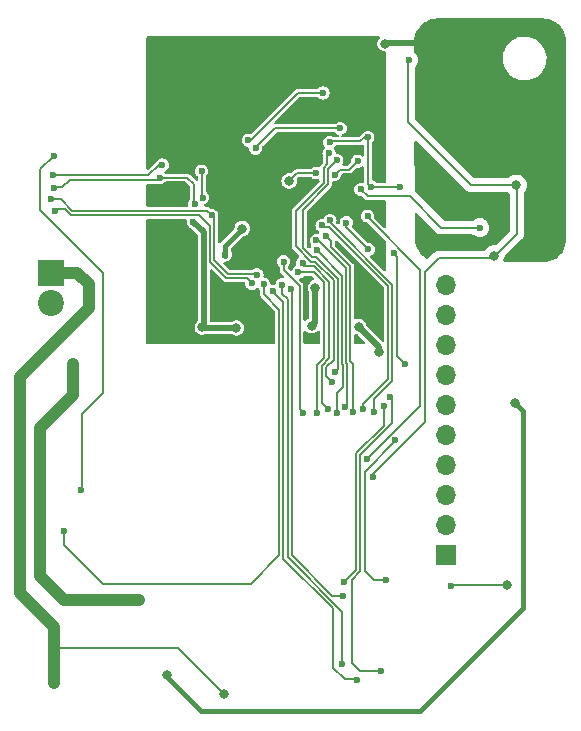
<source format=gbr>
%TF.GenerationSoftware,KiCad,Pcbnew,7.0.2*%
%TF.CreationDate,2023-05-17T08:24:27+02:00*%
%TF.ProjectId,Solar Cell offgrid Power,536f6c61-7220-4436-956c-6c206f666667,rev?*%
%TF.SameCoordinates,Original*%
%TF.FileFunction,Copper,L2,Bot*%
%TF.FilePolarity,Positive*%
%FSLAX46Y46*%
G04 Gerber Fmt 4.6, Leading zero omitted, Abs format (unit mm)*
G04 Created by KiCad (PCBNEW 7.0.2) date 2023-05-17 08:24:27*
%MOMM*%
%LPD*%
G01*
G04 APERTURE LIST*
%TA.AperFunction,ComponentPad*%
%ADD10R,1.700000X1.700000*%
%TD*%
%TA.AperFunction,ComponentPad*%
%ADD11O,1.700000X1.700000*%
%TD*%
%TA.AperFunction,ComponentPad*%
%ADD12R,2.200000X2.200000*%
%TD*%
%TA.AperFunction,ComponentPad*%
%ADD13C,2.200000*%
%TD*%
%TA.AperFunction,ViaPad*%
%ADD14C,0.600000*%
%TD*%
%TA.AperFunction,ViaPad*%
%ADD15C,0.800000*%
%TD*%
%TA.AperFunction,Conductor*%
%ADD16C,0.150000*%
%TD*%
%TA.AperFunction,Conductor*%
%ADD17C,0.500000*%
%TD*%
%TA.AperFunction,Conductor*%
%ADD18C,0.510000*%
%TD*%
%TA.AperFunction,Conductor*%
%ADD19C,0.200000*%
%TD*%
%TA.AperFunction,Conductor*%
%ADD20C,0.400000*%
%TD*%
%TA.AperFunction,Conductor*%
%ADD21C,1.000000*%
%TD*%
G04 APERTURE END LIST*
D10*
%TO.P,J1,1,Pin_1*%
%TO.N,BAT_LEVEL_CH1*%
X146400000Y-111150000D03*
D11*
%TO.P,J1,2,Pin_2*%
%TO.N,BAT_LEVEL_CH2*%
X146400000Y-108610000D03*
%TO.P,J1,3,Pin_3*%
%TO.N,BAT_LEVEL_CH3*%
X146400000Y-106070000D03*
%TO.P,J1,4,Pin_4*%
%TO.N,BAT_LEVEL_CH4*%
X146400000Y-103530000D03*
%TO.P,J1,5,Pin_5*%
%TO.N,PWR*%
X146400000Y-100990000D03*
%TO.P,J1,6,Pin_6*%
%TO.N,GND*%
X146400000Y-98450000D03*
%TO.P,J1,7,Pin_7*%
%TO.N,BAT_LEVEL_CH5*%
X146400000Y-95910000D03*
%TO.P,J1,8,Pin_8*%
%TO.N,BAT_LEVEL_CH6*%
X146400000Y-93370000D03*
%TO.P,J1,9,Pin_9*%
%TO.N,BAT_LEVEL_CH7*%
X146400000Y-90830000D03*
%TO.P,J1,10,Pin_10*%
%TO.N,BAT_LEVEL_CH8*%
X146400000Y-88290000D03*
%TD*%
D12*
%TO.P,J3,1,Pin_1*%
%TO.N,GND*%
X112930000Y-87230000D03*
D13*
%TO.P,J3,2,Pin_2*%
%TO.N,LINE_OUT*%
X112930000Y-89770000D03*
%TD*%
D14*
%TO.N,3V3*%
X141310000Y-113240000D03*
D15*
X140680000Y-93930500D03*
D14*
X124990000Y-82918000D03*
D15*
X128640000Y-91900000D03*
X138980887Y-91795682D03*
D14*
X139760000Y-75752500D03*
X142080000Y-101400000D03*
D15*
X125750000Y-91830000D03*
D14*
X136528306Y-76176771D03*
D15*
X135010000Y-91700000D03*
D14*
X141970000Y-85570000D03*
X142460000Y-79950000D03*
X142884500Y-94940000D03*
D15*
X135330000Y-88490000D03*
D14*
X140020000Y-79932500D03*
%TO.N,VIN*%
X113170000Y-77330000D03*
X140240000Y-104510000D03*
D15*
X152330000Y-79810000D03*
D14*
X115440000Y-105600000D03*
D15*
X150420000Y-85800000D03*
D14*
X143240000Y-69230000D03*
%TO.N,GND*%
X139810000Y-85250000D03*
D15*
X147860000Y-70120000D03*
X127570000Y-122870000D03*
X129120000Y-83480000D03*
D14*
X135410000Y-78770000D03*
D15*
X141250000Y-67820000D03*
X133100000Y-79460000D03*
X113140000Y-119020000D03*
D14*
X146810000Y-113710000D03*
X110390000Y-109300000D03*
D15*
X113130000Y-120270000D03*
X150890000Y-73840000D03*
D14*
X127700000Y-85700000D03*
X137930000Y-82982500D03*
D15*
X151570000Y-113660000D03*
X113100000Y-121660000D03*
X147830000Y-81100000D03*
D14*
%TO.N,CHIP_EN*%
X113260000Y-81960000D03*
X129940000Y-88120000D03*
D15*
%TO.N,PWR_HOME*%
X114820000Y-95930000D03*
X114740000Y-97160000D03*
X119050000Y-114980000D03*
X114820000Y-94930000D03*
X152220000Y-98220000D03*
X120410000Y-114960000D03*
X117460000Y-114940000D03*
X122750000Y-121320000D03*
D14*
%TO.N,TXD0*%
X113140000Y-78910000D03*
X122350000Y-78110000D03*
%TO.N,Net-(ESP32S1-U0TXD{slash}PROG{slash}GPIO43)*%
X125780259Y-80869742D03*
X125680000Y-78620000D03*
%TO.N,ESP_GPIO0_BOOT-DTR*%
X126550000Y-82360000D03*
X112950000Y-80960000D03*
X130370000Y-87390000D03*
%TO.N,GPIO8_I2C_SDA*%
X141110000Y-98470000D03*
X136700000Y-96460000D03*
X129640000Y-76000000D03*
X135970000Y-72000000D03*
X137740000Y-113410000D03*
X136478983Y-77123517D03*
%TO.N,GPIO9_I2C_SCL*%
X141616233Y-97736233D03*
X136960000Y-95600000D03*
X140870000Y-120920000D03*
X137140000Y-77702500D03*
X137420000Y-75000000D03*
X130260000Y-76680000D03*
%TO.N,BAT_SENSE_IO21*%
X139170000Y-80172500D03*
X149230000Y-83410000D03*
%TO.N,RXD0*%
X113170000Y-80040000D03*
X122160000Y-79170000D03*
X125100000Y-81390000D03*
%TO.N,BAT_LEVEL_CH4_IO10*%
X135418276Y-85304457D03*
X137140000Y-99080000D03*
%TO.N,BAT_LEVEL_CH5_IO11*%
X137790000Y-98550000D03*
X135394500Y-84482277D03*
%TO.N,BAT_LEVEL_CH6_IO12*%
X138530000Y-99040000D03*
X136192474Y-84077537D03*
%TO.N,BAT_LEVEL_CH7_IO13*%
X135880513Y-83218758D03*
X139360000Y-98770000D03*
%TO.N,BAT_LEVEL_CH8_IO14*%
X136550500Y-82782500D03*
X140310000Y-98990000D03*
%TO.N,IMU_CS_IO21*%
X138890000Y-77782500D03*
X136960000Y-78920000D03*
%TO.N,BUZZER_IO17*%
X139750000Y-82412500D03*
X139704500Y-102990000D03*
%TO.N,ACS_HALL_IO01*%
X114000000Y-109130000D03*
X130950000Y-88180000D03*
%TO.N,LED_R_IO02*%
X131760000Y-88800000D03*
X138840000Y-121730000D03*
%TO.N,LED_G_IO04*%
X137610000Y-120320000D03*
X132490000Y-88240000D03*
%TO.N,LED_B_IO05*%
X137620000Y-114570000D03*
X133220241Y-88565500D03*
%TO.N,BAT_LEVEL_CH1_IO7*%
X134240000Y-99060000D03*
X132640000Y-86280000D03*
%TO.N,BAT_LEVEL_CH2_IO8*%
X135440000Y-99070000D03*
X133870500Y-87165153D03*
%TO.N,BAT_LEVEL_CH3_IO9*%
X134237460Y-86399926D03*
X136370000Y-98730000D03*
%TD*%
D16*
%TO.N,3V3*%
X136602577Y-76102500D02*
X136528306Y-76176771D01*
D17*
X138980887Y-91795682D02*
X140680000Y-93494795D01*
D18*
X128660000Y-91862500D02*
X128640000Y-91900000D01*
X135320000Y-88553014D02*
X135320000Y-91502500D01*
D16*
X139760000Y-75752500D02*
X139490000Y-75752500D01*
D18*
X125950000Y-91862500D02*
X125860000Y-91772500D01*
D16*
X142260000Y-85860000D02*
X141970000Y-85570000D01*
D18*
X135320000Y-91502500D02*
X135010000Y-91812500D01*
D16*
X142884500Y-94940000D02*
X142260000Y-94315500D01*
X140290000Y-113280000D02*
X141450000Y-113280000D01*
D17*
X140680000Y-93494795D02*
X140680000Y-93930500D01*
D16*
X139790000Y-79702500D02*
X140020000Y-79932500D01*
D18*
X124990000Y-82918000D02*
X125860000Y-83788000D01*
D16*
X140037500Y-79950000D02*
X140020000Y-79932500D01*
X142080000Y-101470000D02*
X139480000Y-104070000D01*
X142080000Y-101400000D02*
X142080000Y-101470000D01*
X139490000Y-75752500D02*
X139140000Y-76102500D01*
D18*
X125860000Y-83788000D02*
X125860000Y-91772500D01*
D16*
X139480000Y-112470000D02*
X140290000Y-113280000D01*
X139140000Y-76102500D02*
X136602577Y-76102500D01*
D18*
X128640000Y-91900000D02*
X125950000Y-91862500D01*
D16*
X142460000Y-79950000D02*
X140037500Y-79950000D01*
X139480000Y-104070000D02*
X139480000Y-112470000D01*
X139760000Y-75752500D02*
X139790000Y-75782500D01*
X142260000Y-94315500D02*
X142260000Y-85860000D01*
D18*
X135311960Y-88544974D02*
X135320000Y-88553014D01*
D16*
X139790000Y-75782500D02*
X139790000Y-79702500D01*
D19*
%TO.N,VIN*%
X112040000Y-78460000D02*
X112040000Y-81930000D01*
X144575000Y-87155000D02*
X145760000Y-85970000D01*
X145760000Y-85970000D02*
X150250000Y-85970000D01*
X117380000Y-87270000D02*
X117380000Y-97380000D01*
X144575000Y-99865000D02*
X144575000Y-87155000D01*
X140210000Y-104470000D02*
X140210000Y-104230000D01*
X115560000Y-105710000D02*
X115570000Y-105720000D01*
X150250000Y-85970000D02*
X150420000Y-85800000D01*
X113170000Y-77330000D02*
X112040000Y-78460000D01*
X143240000Y-69230000D02*
X143160000Y-69310000D01*
X117380000Y-97380000D02*
X115560000Y-99200000D01*
X143160000Y-74470000D02*
X148500000Y-79810000D01*
X148500000Y-79810000D02*
X152330000Y-79810000D01*
X150530000Y-85800000D02*
X152380000Y-83950000D01*
X143160000Y-69310000D02*
X143160000Y-74470000D01*
X152380000Y-83950000D02*
X152380000Y-79820000D01*
X112040000Y-81930000D02*
X117380000Y-87270000D01*
X140210000Y-104230000D02*
X144575000Y-99865000D01*
X115560000Y-99200000D02*
X115560000Y-105710000D01*
X150420000Y-85800000D02*
X150530000Y-85800000D01*
D16*
%TO.N,GND*%
X137930000Y-83370000D02*
X137930000Y-82982500D01*
D20*
X127685466Y-85714534D02*
X127700000Y-85700000D01*
D17*
X147860000Y-70120000D02*
X145540000Y-67800000D01*
D16*
X127570000Y-122870000D02*
X123720000Y-119020000D01*
D21*
X110290000Y-96050000D02*
X110290000Y-114330000D01*
X112930000Y-87230000D02*
X115170000Y-87230000D01*
D20*
X127685466Y-85822467D02*
X127685466Y-85714534D01*
D16*
X151580000Y-113450000D02*
X151340000Y-113690000D01*
X146830000Y-113690000D02*
X146810000Y-113710000D01*
D20*
X127685466Y-84937034D02*
X129120000Y-83502500D01*
X129120000Y-83502500D02*
X129120000Y-83480000D01*
D17*
X141100000Y-67800000D02*
X141070000Y-67830000D01*
D21*
X113150000Y-117190000D02*
X113150000Y-117320000D01*
D20*
X129142500Y-83480000D02*
X129160000Y-83462500D01*
D21*
X110290000Y-114330000D02*
X113150000Y-117190000D01*
D16*
X133790000Y-78770000D02*
X133100000Y-79460000D01*
X135410000Y-78770000D02*
X133790000Y-78770000D01*
X139810000Y-85250000D02*
X137930000Y-83370000D01*
D21*
X113150000Y-117320000D02*
X113150000Y-118590000D01*
D20*
X127685466Y-85685466D02*
X127685466Y-84937034D01*
D17*
X145540000Y-67800000D02*
X141100000Y-67800000D01*
D16*
X123720000Y-119020000D02*
X113260000Y-119020000D01*
X113260000Y-119020000D02*
X113240000Y-119000000D01*
D21*
X113150000Y-117320000D02*
X113150000Y-121950000D01*
X116140000Y-88200000D02*
X116140000Y-90200000D01*
X115170000Y-87230000D02*
X116140000Y-88200000D01*
D20*
X127700000Y-85700000D02*
X127685466Y-85685466D01*
D16*
X151340000Y-113690000D02*
X146830000Y-113690000D01*
D20*
X129120000Y-83480000D02*
X129142500Y-83480000D01*
D21*
X116140000Y-90200000D02*
X110290000Y-96050000D01*
D16*
%TO.N,CHIP_EN*%
X129940000Y-88120000D02*
X129492500Y-87672500D01*
X129492500Y-87672500D02*
X127785026Y-87672500D01*
X114105026Y-81810000D02*
X113250000Y-81810000D01*
X125465000Y-82315000D02*
X114610026Y-82315000D01*
X114610026Y-82315000D02*
X114105026Y-81810000D01*
X126390000Y-83240000D02*
X125465000Y-82315000D01*
X127785026Y-87672500D02*
X126390000Y-86277474D01*
X126390000Y-86277474D02*
X126390000Y-83240000D01*
D21*
%TO.N,PWR_HOME*%
X120410000Y-114960000D02*
X114060000Y-114960000D01*
X112000000Y-100360000D02*
X114770000Y-97590000D01*
X114060000Y-114960000D02*
X112000000Y-112900000D01*
D20*
X152900000Y-98900000D02*
X152220000Y-98220000D01*
D21*
X112000000Y-112900000D02*
X112000000Y-100360000D01*
D20*
X144150000Y-124350000D02*
X152900000Y-115600000D01*
X152900000Y-115600000D02*
X152900000Y-98900000D01*
X125670000Y-124350000D02*
X144150000Y-124350000D01*
X122750000Y-121430000D02*
X125670000Y-124350000D01*
X122750000Y-121320000D02*
X122750000Y-121430000D01*
D21*
X114770000Y-97590000D02*
X114770000Y-94980000D01*
D16*
%TO.N,TXD0*%
X122060000Y-78110000D02*
X121180000Y-78990000D01*
X121180000Y-78990000D02*
X113260000Y-78990000D01*
X122350000Y-78110000D02*
X122060000Y-78110000D01*
X113260000Y-78990000D02*
X113090000Y-78820000D01*
%TO.N,Net-(ESP32S1-U0TXD{slash}PROG{slash}GPIO43)*%
X125780259Y-80869742D02*
X125720000Y-80809483D01*
X125720000Y-80809483D02*
X125720000Y-78712500D01*
X125720000Y-78712500D02*
X125650000Y-78642500D01*
%TO.N,ESP_GPIO0_BOOT-DTR*%
X114755000Y-81965000D02*
X113760000Y-80970000D01*
X130350000Y-87322500D02*
X127930000Y-87322500D01*
X126150000Y-81960000D02*
X125343173Y-81960000D01*
X125343173Y-81960000D02*
X125338173Y-81965000D01*
X113760000Y-80970000D02*
X112990000Y-80970000D01*
X126550000Y-82360000D02*
X126150000Y-81960000D01*
X126740000Y-82462087D02*
X126678830Y-82400917D01*
X127930000Y-87322500D02*
X126740000Y-86132500D01*
X125338173Y-81965000D02*
X114755000Y-81965000D01*
X126740000Y-86132500D02*
X126740000Y-82462087D01*
%TO.N,GPIO8_I2C_SDA*%
X135970000Y-72000000D02*
X133860000Y-72000000D01*
X136478983Y-77123517D02*
X136310000Y-77292500D01*
X141110000Y-100175026D02*
X141110000Y-98470000D01*
X136310000Y-77292500D02*
X136310000Y-78053026D01*
X136220000Y-95230000D02*
X136220000Y-95980000D01*
X136620000Y-96380000D02*
X136810000Y-96380000D01*
X136220000Y-95980000D02*
X136620000Y-96380000D01*
X136870000Y-87880052D02*
X136870000Y-94580000D01*
X133640000Y-81995026D02*
X133640000Y-84990000D01*
X136310000Y-78053026D02*
X136035000Y-78328026D01*
X137740000Y-113410000D02*
X138780000Y-112370001D01*
X136870000Y-94580000D02*
X136220000Y-95230000D01*
X136035000Y-79600026D02*
X133640000Y-81995026D01*
X138780000Y-112370001D02*
X138780000Y-102505026D01*
X133860000Y-72000000D02*
X129720000Y-76140000D01*
X138780000Y-102505026D02*
X141110000Y-100175026D01*
X135269948Y-86280000D02*
X136870000Y-87880052D01*
X133640000Y-84990000D02*
X134930000Y-86280000D01*
X136035000Y-78328026D02*
X136035000Y-79600026D01*
X134930000Y-86280000D02*
X135269948Y-86280000D01*
%TO.N,GPIO9_I2C_SCL*%
X141616233Y-97736233D02*
X141810000Y-97930000D01*
X136385000Y-78473000D02*
X137053983Y-77804017D01*
X138420000Y-120300000D02*
X139090000Y-120970000D01*
X138420000Y-113224975D02*
X138420000Y-120300000D01*
X139090000Y-120970000D02*
X140820000Y-120970000D01*
X137420000Y-75000000D02*
X131870000Y-75000000D01*
X131870000Y-75000000D02*
X130090000Y-76780000D01*
X137220000Y-87735077D02*
X135414922Y-85930000D01*
X136960000Y-95600000D02*
X137220000Y-95340000D01*
X140820000Y-120970000D02*
X140870000Y-120920000D01*
X137220000Y-95340000D02*
X137220000Y-87735077D01*
X135074974Y-85930000D02*
X134259250Y-85114276D01*
X134259250Y-85114276D02*
X134259250Y-81870750D01*
X134259250Y-81870750D02*
X136385000Y-79745000D01*
X139130000Y-112514975D02*
X138420000Y-113224975D01*
X139130000Y-102650000D02*
X139130000Y-112514975D01*
X141810000Y-97930000D02*
X141810000Y-99970000D01*
X136385000Y-79745000D02*
X136385000Y-78473000D01*
X135414922Y-85930000D02*
X135074974Y-85930000D01*
X141810000Y-99970000D02*
X139130000Y-102650000D01*
%TO.N,BAT_SENSE_IO21*%
X139170000Y-80180000D02*
X139750000Y-80760000D01*
X139170000Y-80172500D02*
X139170000Y-80180000D01*
X145990000Y-83410000D02*
X149230000Y-83410000D01*
X139750000Y-80760000D02*
X143340000Y-80760000D01*
X143340000Y-80760000D02*
X145990000Y-83410000D01*
%TO.N,RXD0*%
X125050000Y-79740000D02*
X124480000Y-79170000D01*
X122160000Y-79170000D02*
X121990000Y-79340000D01*
X113850000Y-80000000D02*
X113170000Y-80000000D01*
X125100000Y-81390000D02*
X125050000Y-81340000D01*
X124480000Y-79170000D02*
X122210000Y-79170000D01*
X121990000Y-79340000D02*
X114510000Y-79340000D01*
X125050000Y-81340000D02*
X125050000Y-79740000D01*
X114510000Y-79340000D02*
X113850000Y-80000000D01*
%TO.N,BAT_LEVEL_CH4_IO10*%
X137570000Y-94990002D02*
X137620000Y-95040002D01*
X135418276Y-85308379D02*
X137570000Y-87460103D01*
X137620000Y-95040002D02*
X137620000Y-96920000D01*
X137620000Y-96920000D02*
X137140000Y-97400000D01*
X135418276Y-85304457D02*
X135418276Y-85308379D01*
X137570000Y-87460103D02*
X137570000Y-94990002D01*
X137140000Y-97400000D02*
X137140000Y-99080000D01*
%TO.N,BAT_LEVEL_CH5_IO11*%
X135394500Y-84482277D02*
X135562277Y-84482277D01*
X137920000Y-94845027D02*
X137970000Y-94895026D01*
X137970000Y-98370000D02*
X137790000Y-98550000D01*
X135562277Y-84482277D02*
X137920000Y-86840000D01*
X137970000Y-94895026D02*
X137970000Y-98370000D01*
X137920000Y-86840000D02*
X137920000Y-94845027D01*
%TO.N,BAT_LEVEL_CH6_IO12*%
X136630000Y-85055026D02*
X138270000Y-86695026D01*
X138530000Y-94960052D02*
X138530000Y-99040000D01*
X136630000Y-84515063D02*
X136630000Y-85055026D01*
X136192474Y-84077537D02*
X136630000Y-84515063D01*
X138270000Y-94700052D02*
X138530000Y-94960052D01*
X138270000Y-86695026D02*
X138270000Y-94700052D01*
%TO.N,BAT_LEVEL_CH7_IO13*%
X139360000Y-98350000D02*
X139360000Y-98770000D01*
X141470000Y-88372500D02*
X141470000Y-96240000D01*
X136019255Y-83357500D02*
X136455000Y-83357500D01*
X141470000Y-96240000D02*
X139360000Y-98350000D01*
X135880513Y-83218758D02*
X136019255Y-83357500D01*
X136455000Y-83357500D02*
X141470000Y-88372500D01*
%TO.N,BAT_LEVEL_CH8_IO14*%
X141820000Y-96384974D02*
X141820000Y-88227526D01*
X136550500Y-82958026D02*
X136550500Y-82782500D01*
X140310000Y-97894974D02*
X141820000Y-96384974D01*
X140310000Y-98990000D02*
X140310000Y-97894974D01*
X141820000Y-88227526D02*
X136550500Y-82958026D01*
%TO.N,IMU_CS_IO21*%
X137390000Y-78490000D02*
X138182500Y-78490000D01*
X136960000Y-78920000D02*
X137390000Y-78490000D01*
X138182500Y-78490000D02*
X138890000Y-77782500D01*
%TO.N,BUZZER_IO17*%
X144200000Y-98466827D02*
X139704500Y-102962327D01*
X144200000Y-86978334D02*
X144200000Y-98466827D01*
X139704500Y-102962327D02*
X139704500Y-102990000D01*
X139750000Y-82412500D02*
X139750000Y-82528334D01*
X139750000Y-82528334D02*
X144200000Y-86978334D01*
%TO.N,ACS_HALL_IO01*%
X129830000Y-113590000D02*
X117300000Y-113590000D01*
X132270000Y-90360000D02*
X132270000Y-111150000D01*
X132270000Y-111150000D02*
X129830000Y-113590000D01*
X130950000Y-89040000D02*
X132270000Y-90360000D01*
X117300000Y-113590000D02*
X114010000Y-110300000D01*
X130950000Y-88180000D02*
X130950000Y-89040000D01*
X114010000Y-110300000D02*
X114010000Y-108920000D01*
%TO.N,LED_R_IO02*%
X131900000Y-88882500D02*
X131900000Y-89020000D01*
X132620000Y-89740000D02*
X132620000Y-111440000D01*
X136830000Y-120690000D02*
X137790000Y-121650000D01*
X136830000Y-115650000D02*
X136830000Y-120690000D01*
X137790000Y-121650000D02*
X138690000Y-121650000D01*
X132620000Y-111440000D02*
X136830000Y-115650000D01*
X131900000Y-89020000D02*
X132620000Y-89740000D01*
%TO.N,LED_G_IO04*%
X132970000Y-89480000D02*
X132970000Y-111295026D01*
X132490000Y-89000000D02*
X132970000Y-89480000D01*
X132970000Y-111295026D02*
X137610000Y-115935026D01*
X132490000Y-88240000D02*
X132490000Y-89000000D01*
X137610000Y-115935026D02*
X137610000Y-120320000D01*
%TO.N,LED_B_IO05*%
X133320000Y-111150052D02*
X136729948Y-114560000D01*
X133220241Y-88565500D02*
X133320000Y-88665259D01*
X136729948Y-114560000D02*
X137610000Y-114560000D01*
X137610000Y-114560000D02*
X137620000Y-114570000D01*
X133320000Y-88665259D02*
X133320000Y-111150052D01*
%TO.N,BAT_LEVEL_CH1_IO7*%
X132640000Y-86280000D02*
X132640000Y-87000000D01*
X133980000Y-88340000D02*
X133980000Y-98800000D01*
X132640000Y-87000000D02*
X133980000Y-88340000D01*
X133980000Y-98800000D02*
X134240000Y-99060000D01*
%TO.N,BAT_LEVEL_CH2_IO8*%
X136030000Y-94430052D02*
X136030000Y-88030000D01*
X135440000Y-95020052D02*
X136030000Y-94430052D01*
X135190000Y-87190000D02*
X133895347Y-87190000D01*
X135440000Y-99070000D02*
X135490000Y-99020000D01*
X136030000Y-88030000D02*
X135190000Y-87190000D01*
X135440000Y-99070000D02*
X135440000Y-95020052D01*
X133895347Y-87190000D02*
X133870500Y-87165153D01*
%TO.N,BAT_LEVEL_CH3_IO9*%
X134070000Y-86390000D02*
X134360000Y-86680000D01*
X135870000Y-95085026D02*
X135870000Y-98230000D01*
X136470000Y-87975026D02*
X136470000Y-94485026D01*
X136470000Y-94485026D02*
X135870000Y-95085026D01*
X135870000Y-98230000D02*
X136370000Y-98730000D01*
X135174974Y-86680000D02*
X136470000Y-87975026D01*
X134360000Y-86680000D02*
X135174974Y-86680000D01*
%TD*%
%TA.AperFunction,Conductor*%
%TO.N,GND*%
G36*
X154581409Y-65690816D02*
G01*
X154845790Y-65709724D01*
X154863291Y-65712241D01*
X155124803Y-65769129D01*
X155141762Y-65774108D01*
X155392524Y-65867638D01*
X155408616Y-65874987D01*
X155643501Y-66003244D01*
X155658375Y-66012802D01*
X155872624Y-66173188D01*
X155885994Y-66184774D01*
X156075225Y-66374005D01*
X156086811Y-66387375D01*
X156247193Y-66601619D01*
X156256758Y-66616503D01*
X156385011Y-66851382D01*
X156392361Y-66867475D01*
X156485888Y-67118229D01*
X156490872Y-67135205D01*
X156547757Y-67396702D01*
X156550275Y-67414214D01*
X156569184Y-67678590D01*
X156569500Y-67687436D01*
X156569500Y-84349742D01*
X156569182Y-84358618D01*
X156550142Y-84623927D01*
X156547607Y-84641496D01*
X156490341Y-84903833D01*
X156485324Y-84920861D01*
X156391182Y-85172341D01*
X156383784Y-85188478D01*
X156254701Y-85423934D01*
X156245075Y-85438849D01*
X156083694Y-85653459D01*
X156072037Y-85666847D01*
X155881663Y-85856216D01*
X155868214Y-85867802D01*
X155652751Y-86028047D01*
X155637785Y-86037594D01*
X155401647Y-86165432D01*
X155385471Y-86172744D01*
X155133500Y-86265552D01*
X155116446Y-86270479D01*
X154853810Y-86326356D01*
X154836227Y-86328798D01*
X154563850Y-86346897D01*
X154554973Y-86347168D01*
X151364555Y-86330287D01*
X151297621Y-86310248D01*
X151252146Y-86257203D01*
X151242568Y-86187993D01*
X151247277Y-86167981D01*
X151305674Y-85988256D01*
X151314554Y-85903758D01*
X151341137Y-85839145D01*
X151350185Y-85829048D01*
X152771043Y-84408190D01*
X152783223Y-84397509D01*
X152808282Y-84378282D01*
X152904536Y-84252841D01*
X152965044Y-84106762D01*
X152980500Y-83989361D01*
X152985682Y-83950000D01*
X152981561Y-83918696D01*
X152980500Y-83902511D01*
X152980500Y-80480922D01*
X153000185Y-80413883D01*
X153012350Y-80397949D01*
X153023578Y-80385479D01*
X153062533Y-80342216D01*
X153071672Y-80326388D01*
X153157179Y-80178284D01*
X153215674Y-79998256D01*
X153235460Y-79810000D01*
X153215674Y-79621744D01*
X153157179Y-79441716D01*
X153157179Y-79441715D01*
X153062533Y-79277783D01*
X152935870Y-79137110D01*
X152782730Y-79025848D01*
X152609802Y-78948855D01*
X152424648Y-78909500D01*
X152424646Y-78909500D01*
X152235354Y-78909500D01*
X152235352Y-78909500D01*
X152050197Y-78948855D01*
X151877269Y-79025848D01*
X151724128Y-79137111D01*
X151695890Y-79168473D01*
X151636403Y-79205121D01*
X151603741Y-79209500D01*
X148800097Y-79209500D01*
X148733058Y-79189815D01*
X148712416Y-79173181D01*
X143796819Y-74257584D01*
X143763334Y-74196261D01*
X143760500Y-74169903D01*
X143760500Y-69892940D01*
X143780185Y-69825901D01*
X143796814Y-69805263D01*
X143869816Y-69732262D01*
X143965789Y-69579522D01*
X144025368Y-69409255D01*
X144045565Y-69230000D01*
X144036299Y-69147764D01*
X151185787Y-69147764D01*
X151215413Y-69417016D01*
X151215414Y-69417018D01*
X151283928Y-69679088D01*
X151389870Y-69928390D01*
X151389871Y-69928392D01*
X151530982Y-70159611D01*
X151620253Y-70266881D01*
X151704255Y-70367820D01*
X151905998Y-70548582D01*
X152131910Y-70698044D01*
X152238211Y-70747876D01*
X152377177Y-70813021D01*
X152636562Y-70891058D01*
X152636569Y-70891060D01*
X152904561Y-70930500D01*
X152904564Y-70930500D01*
X153105369Y-70930500D01*
X153107631Y-70930500D01*
X153310156Y-70915677D01*
X153574553Y-70856780D01*
X153827558Y-70760014D01*
X154063777Y-70627441D01*
X154278177Y-70461888D01*
X154466186Y-70266881D01*
X154623799Y-70046579D01*
X154747656Y-69805675D01*
X154835118Y-69549305D01*
X154884319Y-69282933D01*
X154894212Y-69012235D01*
X154864586Y-68742982D01*
X154796072Y-68480912D01*
X154690130Y-68231610D01*
X154549018Y-68000390D01*
X154549017Y-68000388D01*
X154375746Y-67792181D01*
X154270759Y-67698112D01*
X154174002Y-67611418D01*
X153948090Y-67461956D01*
X153948086Y-67461954D01*
X153702822Y-67346978D01*
X153443437Y-67268941D01*
X153443431Y-67268940D01*
X153175439Y-67229500D01*
X152972369Y-67229500D01*
X152970120Y-67229664D01*
X152970109Y-67229665D01*
X152769843Y-67244322D01*
X152505449Y-67303219D01*
X152252441Y-67399986D01*
X152016223Y-67532559D01*
X151801825Y-67698109D01*
X151613813Y-67893120D01*
X151456201Y-68113420D01*
X151332342Y-68354329D01*
X151244881Y-68610695D01*
X151195680Y-68877066D01*
X151185787Y-69147764D01*
X144036299Y-69147764D01*
X144025368Y-69050745D01*
X143965789Y-68880478D01*
X143869816Y-68727738D01*
X143742262Y-68600184D01*
X143730813Y-68592990D01*
X143684524Y-68540657D01*
X143672788Y-68488540D01*
X143669382Y-67703111D01*
X143669661Y-67694247D01*
X143670716Y-67678590D01*
X143687998Y-67422039D01*
X143690451Y-67404486D01*
X143746515Y-67142034D01*
X143751448Y-67125012D01*
X143844389Y-66873254D01*
X143851706Y-66857098D01*
X143979623Y-66621176D01*
X143989166Y-66606237D01*
X144149449Y-66390977D01*
X144161013Y-66377568D01*
X144350378Y-66187380D01*
X144363754Y-66175745D01*
X144367158Y-66173188D01*
X144578303Y-66014541D01*
X144593208Y-66004928D01*
X144828564Y-65875992D01*
X144844692Y-65868604D01*
X144847274Y-65867638D01*
X145096038Y-65774574D01*
X145113047Y-65769565D01*
X145375256Y-65712362D01*
X145392804Y-65709832D01*
X145657938Y-65690817D01*
X145666808Y-65690500D01*
X154572563Y-65690500D01*
X154581409Y-65690816D01*
G37*
%TD.AperFunction*%
%TA.AperFunction,Conductor*%
G36*
X143910879Y-76070617D02*
G01*
X143917765Y-76077000D01*
X148041799Y-80201034D01*
X148052494Y-80213229D01*
X148071717Y-80238282D01*
X148186540Y-80326387D01*
X148186540Y-80326388D01*
X148197159Y-80334536D01*
X148343238Y-80395044D01*
X148421619Y-80405363D01*
X148499999Y-80415682D01*
X148499999Y-80415681D01*
X148500000Y-80415682D01*
X148531302Y-80411560D01*
X148547487Y-80410500D01*
X151603741Y-80410500D01*
X151670780Y-80430185D01*
X151695890Y-80451527D01*
X151724125Y-80482884D01*
X151724129Y-80482888D01*
X151728383Y-80485979D01*
X151771049Y-80541306D01*
X151779500Y-80586298D01*
X151779500Y-83649902D01*
X151759815Y-83716941D01*
X151743181Y-83737583D01*
X150617193Y-84863570D01*
X150555870Y-84897055D01*
X150527678Y-84897128D01*
X150527678Y-84899500D01*
X150325352Y-84899500D01*
X150140197Y-84938855D01*
X149967269Y-85015848D01*
X149814129Y-85127110D01*
X149687467Y-85267782D01*
X149672023Y-85294533D01*
X149664536Y-85307500D01*
X149613971Y-85355715D01*
X149557150Y-85369500D01*
X145807487Y-85369500D01*
X145791302Y-85368439D01*
X145787376Y-85367922D01*
X145759999Y-85364317D01*
X145724741Y-85368959D01*
X145720639Y-85369500D01*
X145675353Y-85375462D01*
X145603237Y-85384956D01*
X145457159Y-85445463D01*
X145331716Y-85541718D01*
X145312494Y-85566770D01*
X145301800Y-85578964D01*
X144879503Y-86001260D01*
X144818180Y-86034745D01*
X144748488Y-86029761D01*
X144732158Y-86022281D01*
X144664822Y-85985317D01*
X144650051Y-85975787D01*
X144437338Y-85816102D01*
X144424060Y-85804576D01*
X144236068Y-85616406D01*
X144224553Y-85603116D01*
X144197322Y-85566770D01*
X144065069Y-85390246D01*
X144055551Y-85375462D01*
X143927783Y-85142180D01*
X143920456Y-85126211D01*
X143826961Y-84877175D01*
X143821969Y-84860331D01*
X143764644Y-84600597D01*
X143762081Y-84583201D01*
X143761125Y-84570534D01*
X143741738Y-84313544D01*
X143741390Y-84304804D01*
X143732548Y-82266321D01*
X143751941Y-82199202D01*
X143804546Y-82153218D01*
X143873660Y-82142975D01*
X143937341Y-82171724D01*
X143944227Y-82178107D01*
X145550642Y-83784522D01*
X145561337Y-83796717D01*
X145579549Y-83820452D01*
X145595173Y-83832440D01*
X145609729Y-83843609D01*
X145609732Y-83843612D01*
X145699767Y-83912699D01*
X145789821Y-83950000D01*
X145839764Y-83970687D01*
X145952280Y-83985500D01*
X145952286Y-83985500D01*
X145990000Y-83990465D01*
X146019654Y-83986561D01*
X146035840Y-83985500D01*
X148622059Y-83985500D01*
X148689098Y-84005185D01*
X148709740Y-84021819D01*
X148727735Y-84039814D01*
X148727737Y-84039815D01*
X148727738Y-84039816D01*
X148880478Y-84135789D01*
X149050745Y-84195368D01*
X149230000Y-84215565D01*
X149409255Y-84195368D01*
X149579522Y-84135789D01*
X149732262Y-84039816D01*
X149859816Y-83912262D01*
X149955789Y-83759522D01*
X150015368Y-83589255D01*
X150035565Y-83410000D01*
X150015368Y-83230745D01*
X149955789Y-83060478D01*
X149859816Y-82907738D01*
X149859815Y-82907737D01*
X149859814Y-82907735D01*
X149732264Y-82780185D01*
X149669867Y-82740979D01*
X149579522Y-82684211D01*
X149409255Y-82624632D01*
X149409253Y-82624631D01*
X149409251Y-82624631D01*
X149230000Y-82604434D01*
X149050748Y-82624631D01*
X149050745Y-82624631D01*
X149050745Y-82624632D01*
X148880478Y-82684211D01*
X148880476Y-82684211D01*
X148880476Y-82684212D01*
X148727735Y-82780185D01*
X148709740Y-82798181D01*
X148648417Y-82831666D01*
X148622059Y-82834500D01*
X146279742Y-82834500D01*
X146212703Y-82814815D01*
X146192061Y-82798181D01*
X143779359Y-80385479D01*
X143768664Y-80373284D01*
X143749527Y-80348344D01*
X143724333Y-80283175D01*
X143723904Y-80273396D01*
X143723590Y-80201034D01*
X143706085Y-76165217D01*
X143725479Y-76098095D01*
X143778084Y-76052111D01*
X143847199Y-76041868D01*
X143910879Y-76070617D01*
G37*
%TD.AperFunction*%
%TD*%
%TA.AperFunction,NonConductor*%
G36*
X139372871Y-76401937D02*
G01*
X139431665Y-76441733D01*
X139459610Y-76506999D01*
X139460500Y-76521952D01*
X139460500Y-77265825D01*
X139440498Y-77333946D01*
X139386842Y-77380439D01*
X139316568Y-77390543D01*
X139257796Y-77365787D01*
X139169644Y-77298145D01*
X139034753Y-77242271D01*
X138890000Y-77223215D01*
X138745246Y-77242271D01*
X138610356Y-77298145D01*
X138494525Y-77387025D01*
X138405645Y-77502856D01*
X138349771Y-77637746D01*
X138330715Y-77782499D01*
X138333459Y-77803345D01*
X138322517Y-77873494D01*
X138297632Y-77908883D01*
X138082922Y-78123595D01*
X138020610Y-78157620D01*
X137993826Y-78160500D01*
X137739050Y-78160500D01*
X137670929Y-78140498D01*
X137624436Y-78086842D01*
X137614332Y-78016568D01*
X137622641Y-77986282D01*
X137672899Y-77864947D01*
X137680228Y-77847254D01*
X137699285Y-77702500D01*
X137680228Y-77557746D01*
X137624355Y-77422858D01*
X137624354Y-77422857D01*
X137624354Y-77422856D01*
X137535475Y-77307027D01*
X137419642Y-77218144D01*
X137284753Y-77162271D01*
X137134969Y-77142552D01*
X137070041Y-77113830D01*
X137030950Y-77054564D01*
X137026493Y-77034076D01*
X137019211Y-76978763D01*
X136963337Y-76843873D01*
X136894195Y-76753765D01*
X136868594Y-76687545D01*
X136882859Y-76617996D01*
X136917452Y-76577100D01*
X136923780Y-76572245D01*
X136993568Y-76481295D01*
X137050907Y-76439428D01*
X137093531Y-76432000D01*
X139120118Y-76432000D01*
X139131099Y-76432479D01*
X139169160Y-76435810D01*
X139206094Y-76425912D01*
X139216796Y-76423540D01*
X139254434Y-76416905D01*
X139254435Y-76416904D01*
X139255542Y-76416709D01*
X139283208Y-76405250D01*
X139301894Y-76400244D01*
X139372871Y-76401937D01*
G37*
%TD.AperFunction*%
%TA.AperFunction,NonConductor*%
G36*
X124359448Y-79519502D02*
G01*
X124380422Y-79536405D01*
X124683595Y-79839578D01*
X124717621Y-79901890D01*
X124720500Y-79928673D01*
X124720499Y-80930937D01*
X124700497Y-80999058D01*
X124694462Y-81007641D01*
X124615644Y-81110358D01*
X124559771Y-81245246D01*
X124540715Y-81390000D01*
X124554282Y-81493054D01*
X124543342Y-81563203D01*
X124496214Y-81616301D01*
X124429360Y-81635500D01*
X121134543Y-81635500D01*
X121066422Y-81615498D01*
X121019929Y-81561842D01*
X121008543Y-81509399D01*
X121009783Y-79960065D01*
X121009915Y-79795398D01*
X121029972Y-79727294D01*
X121083664Y-79680845D01*
X121135915Y-79669500D01*
X121891857Y-79669500D01*
X121940074Y-79679090D01*
X122015246Y-79710228D01*
X122160000Y-79729285D01*
X122304754Y-79710228D01*
X122439643Y-79654355D01*
X122555474Y-79565474D01*
X122568272Y-79548794D01*
X122625611Y-79506928D01*
X122668234Y-79499500D01*
X124291327Y-79499500D01*
X124359448Y-79519502D01*
G37*
%TD.AperFunction*%
%TA.AperFunction,NonConductor*%
G36*
X135069448Y-87539502D02*
G01*
X135090422Y-87556405D01*
X135188018Y-87654001D01*
X135222044Y-87716313D01*
X135216979Y-87787128D01*
X135174432Y-87843964D01*
X135129079Y-87865434D01*
X135096207Y-87873536D01*
X134955472Y-87947400D01*
X134836501Y-88052799D01*
X134746212Y-88183605D01*
X134689850Y-88332219D01*
X134670693Y-88489999D01*
X134689850Y-88647780D01*
X134746211Y-88796393D01*
X134788196Y-88857217D01*
X134810432Y-88924642D01*
X134810500Y-88928794D01*
X134810500Y-90989369D01*
X134790498Y-91057490D01*
X134743056Y-91100936D01*
X134635468Y-91157402D01*
X134519053Y-91260538D01*
X134454801Y-91290739D01*
X134384420Y-91281408D01*
X134330257Y-91235507D01*
X134309508Y-91167610D01*
X134309500Y-91166226D01*
X134309500Y-88359881D01*
X134309980Y-88348898D01*
X134313310Y-88310841D01*
X134313298Y-88310795D01*
X134303415Y-88273914D01*
X134301041Y-88263207D01*
X134294405Y-88225566D01*
X134294404Y-88225565D01*
X134294209Y-88224456D01*
X134283880Y-88199521D01*
X134283235Y-88198600D01*
X134283235Y-88198599D01*
X134261315Y-88167294D01*
X134255409Y-88158023D01*
X134236305Y-88124934D01*
X134207024Y-88100364D01*
X134198921Y-88092938D01*
X134004422Y-87898439D01*
X133970396Y-87836127D01*
X133975461Y-87765312D01*
X134018008Y-87708476D01*
X134045296Y-87692936D01*
X134150143Y-87649508D01*
X134265974Y-87560627D01*
X134265975Y-87560625D01*
X134279133Y-87550529D01*
X134281140Y-87553144D01*
X134317048Y-87526927D01*
X134359668Y-87519500D01*
X135001327Y-87519500D01*
X135069448Y-87539502D01*
G37*
%TD.AperFunction*%
%TA.AperFunction,NonConductor*%
G36*
X137168012Y-84536949D02*
G01*
X137174595Y-84543078D01*
X141103595Y-88472078D01*
X141137621Y-88534390D01*
X141140500Y-88561173D01*
X141140500Y-92937633D01*
X141120498Y-93005754D01*
X141066842Y-93052247D01*
X140996568Y-93062351D01*
X140931988Y-93032857D01*
X140925405Y-93026728D01*
X139663453Y-91764777D01*
X139629428Y-91702465D01*
X139627467Y-91690868D01*
X139621036Y-91637901D01*
X139564674Y-91489287D01*
X139474385Y-91358481D01*
X139453049Y-91339579D01*
X139355416Y-91253083D01*
X139214680Y-91179219D01*
X139060358Y-91141182D01*
X138901416Y-91141182D01*
X138845284Y-91155017D01*
X138755653Y-91177109D01*
X138684725Y-91173990D01*
X138626743Y-91133020D01*
X138600115Y-91067206D01*
X138599500Y-91054770D01*
X138599500Y-86714908D01*
X138599979Y-86703927D01*
X138603309Y-86665865D01*
X138593419Y-86628955D01*
X138591039Y-86618220D01*
X138584209Y-86579480D01*
X138573883Y-86554549D01*
X138551315Y-86522319D01*
X138545409Y-86513049D01*
X138526305Y-86479960D01*
X138497024Y-86455390D01*
X138488921Y-86447964D01*
X136996405Y-84955448D01*
X136962379Y-84893136D01*
X136959500Y-84866353D01*
X136959500Y-84632173D01*
X136979502Y-84564052D01*
X137033158Y-84517559D01*
X137103432Y-84507455D01*
X137168012Y-84536949D01*
G37*
%TD.AperFunction*%
%TA.AperFunction,NonConductor*%
G36*
X139393564Y-78187875D02*
G01*
X139444360Y-78237476D01*
X139460500Y-78299174D01*
X139460500Y-79507784D01*
X139440498Y-79575905D01*
X139386842Y-79622398D01*
X139318054Y-79632706D01*
X139170000Y-79613215D01*
X139025246Y-79632271D01*
X138890356Y-79688145D01*
X138774525Y-79777025D01*
X138685645Y-79892856D01*
X138629771Y-80027746D01*
X138610715Y-80172499D01*
X138629771Y-80317253D01*
X138685644Y-80452142D01*
X138685645Y-80452143D01*
X138774526Y-80567974D01*
X138890357Y-80656855D01*
X139025246Y-80712728D01*
X139170000Y-80731785D01*
X139184215Y-80729913D01*
X139254362Y-80740852D01*
X139289756Y-80765740D01*
X139502944Y-80978928D01*
X139510370Y-80987031D01*
X139534934Y-81016305D01*
X139568027Y-81035411D01*
X139577288Y-81041311D01*
X139609522Y-81063881D01*
X139634454Y-81074208D01*
X139635563Y-81074403D01*
X139635566Y-81074405D01*
X139673207Y-81081041D01*
X139683914Y-81083415D01*
X139720840Y-81093310D01*
X139758914Y-81089979D01*
X139769896Y-81089500D01*
X141189384Y-81089500D01*
X141257505Y-81109502D01*
X141303998Y-81163158D01*
X141315384Y-81215452D01*
X141316191Y-83324304D01*
X141296215Y-83392432D01*
X141242577Y-83438946D01*
X141172307Y-83449076D01*
X141107715Y-83419608D01*
X141101096Y-83413447D01*
X140328892Y-82641243D01*
X140294866Y-82578931D01*
X140293065Y-82535702D01*
X140293600Y-82531640D01*
X140309285Y-82412500D01*
X140290228Y-82267746D01*
X140234355Y-82132858D01*
X140234354Y-82132857D01*
X140234354Y-82132856D01*
X140145475Y-82017027D01*
X140145472Y-82017025D01*
X140029643Y-81928145D01*
X140029642Y-81928144D01*
X139894753Y-81872271D01*
X139750000Y-81853215D01*
X139605246Y-81872271D01*
X139470356Y-81928145D01*
X139354525Y-82017025D01*
X139265645Y-82132856D01*
X139209771Y-82267746D01*
X139190715Y-82412499D01*
X139209771Y-82557253D01*
X139265644Y-82692142D01*
X139265645Y-82692143D01*
X139354526Y-82807974D01*
X139470357Y-82896855D01*
X139605246Y-82952728D01*
X139681645Y-82962785D01*
X139746572Y-82991506D01*
X139754295Y-82998612D01*
X141279780Y-84524097D01*
X141313806Y-84586409D01*
X141316685Y-84613144D01*
X141317582Y-86954887D01*
X141297606Y-87023015D01*
X141243968Y-87069529D01*
X141173698Y-87079659D01*
X141109106Y-87050191D01*
X141102487Y-87044030D01*
X140013092Y-85954635D01*
X139979066Y-85892323D01*
X139984131Y-85821508D01*
X140026678Y-85764672D01*
X140053965Y-85749133D01*
X140089643Y-85734355D01*
X140205474Y-85645474D01*
X140294355Y-85529643D01*
X140350228Y-85394754D01*
X140369285Y-85250000D01*
X140350228Y-85105246D01*
X140294355Y-84970358D01*
X140294354Y-84970357D01*
X140294354Y-84970356D01*
X140205475Y-84854527D01*
X140201638Y-84851583D01*
X140089643Y-84765645D01*
X140089642Y-84765644D01*
X139954753Y-84709771D01*
X139809999Y-84690714D01*
X139789155Y-84693459D01*
X139719007Y-84682519D01*
X139683615Y-84657632D01*
X138436914Y-83410931D01*
X138402888Y-83348619D01*
X138407953Y-83277804D01*
X138409601Y-83273617D01*
X138414352Y-83262146D01*
X138414355Y-83262143D01*
X138455587Y-83162598D01*
X138470228Y-83127255D01*
X138478719Y-83062754D01*
X138489285Y-82982500D01*
X138470228Y-82837746D01*
X138414355Y-82702858D01*
X138414354Y-82702857D01*
X138414354Y-82702856D01*
X138325475Y-82587027D01*
X138325472Y-82587025D01*
X138218256Y-82504754D01*
X138209642Y-82498144D01*
X138074753Y-82442271D01*
X137949056Y-82425723D01*
X137930000Y-82423215D01*
X137929999Y-82423215D01*
X137785246Y-82442271D01*
X137650356Y-82498145D01*
X137534525Y-82587025D01*
X137445645Y-82702856D01*
X137389771Y-82837746D01*
X137370715Y-82982500D01*
X137372261Y-82994248D01*
X137361321Y-83064397D01*
X137314192Y-83117494D01*
X137245837Y-83136683D01*
X137177960Y-83115871D01*
X137158244Y-83099787D01*
X137119501Y-83061044D01*
X137085475Y-82998732D01*
X137089403Y-82943811D01*
X137088563Y-82943701D01*
X137090419Y-82929595D01*
X137090540Y-82927917D01*
X137090691Y-82927531D01*
X137090727Y-82927255D01*
X137090728Y-82927254D01*
X137109785Y-82782500D01*
X137090728Y-82637746D01*
X137034855Y-82502858D01*
X137034854Y-82502857D01*
X137034854Y-82502856D01*
X136945975Y-82387027D01*
X136945972Y-82387025D01*
X136830143Y-82298145D01*
X136830142Y-82298144D01*
X136695253Y-82242271D01*
X136550500Y-82223215D01*
X136405746Y-82242271D01*
X136270856Y-82298145D01*
X136155025Y-82387025D01*
X136066145Y-82502856D01*
X136032027Y-82585225D01*
X135987478Y-82640506D01*
X135920115Y-82662927D01*
X135899174Y-82661929D01*
X135880514Y-82659472D01*
X135735759Y-82678529D01*
X135600869Y-82734403D01*
X135485038Y-82823283D01*
X135396158Y-82939114D01*
X135340284Y-83074004D01*
X135321228Y-83218758D01*
X135340284Y-83363511D01*
X135396157Y-83498400D01*
X135396158Y-83498401D01*
X135485039Y-83614232D01*
X135599743Y-83702248D01*
X135614031Y-83713212D01*
X135611952Y-83715920D01*
X135646249Y-83743556D01*
X135668673Y-83810918D01*
X135651119Y-83879710D01*
X135599160Y-83928091D01*
X135529292Y-83940701D01*
X135526309Y-83940344D01*
X135394500Y-83922992D01*
X135249746Y-83942048D01*
X135114856Y-83997922D01*
X134999025Y-84086802D01*
X134910145Y-84202633D01*
X134854271Y-84337523D01*
X134839672Y-84448422D01*
X134825281Y-84480951D01*
X134835646Y-84497079D01*
X134839672Y-84516131D01*
X134854271Y-84627030D01*
X134910144Y-84761919D01*
X134964038Y-84832154D01*
X134989639Y-84898375D01*
X134975375Y-84967923D01*
X134964040Y-84985562D01*
X134933918Y-85024817D01*
X134918757Y-85061421D01*
X134874209Y-85116702D01*
X134806845Y-85139122D01*
X134738054Y-85121563D01*
X134713254Y-85102297D01*
X134625655Y-85014698D01*
X134591629Y-84952386D01*
X134588750Y-84925603D01*
X134588750Y-84532577D01*
X134604013Y-84480593D01*
X134590255Y-84451391D01*
X134588750Y-84431976D01*
X134588750Y-82059422D01*
X134608752Y-81991301D01*
X134625650Y-81970332D01*
X136603936Y-79992045D01*
X136612006Y-79984649D01*
X136641305Y-79960066D01*
X136660422Y-79926952D01*
X136666301Y-79917724D01*
X136688235Y-79886401D01*
X136688236Y-79886396D01*
X136688883Y-79885473D01*
X136699209Y-79860547D01*
X136706041Y-79821796D01*
X136708417Y-79811076D01*
X136718309Y-79774161D01*
X136714979Y-79736096D01*
X136714500Y-79725116D01*
X136714500Y-79590639D01*
X136734502Y-79522518D01*
X136788158Y-79476025D01*
X136856943Y-79465717D01*
X136960000Y-79479285D01*
X137104754Y-79460228D01*
X137239643Y-79404355D01*
X137355474Y-79315474D01*
X137444355Y-79199643D01*
X137500228Y-79064754D01*
X137518093Y-78929053D01*
X137546815Y-78864127D01*
X137606080Y-78825035D01*
X137643015Y-78819500D01*
X138162618Y-78819500D01*
X138173599Y-78819979D01*
X138211660Y-78823310D01*
X138248594Y-78813412D01*
X138259296Y-78811040D01*
X138296934Y-78804405D01*
X138296935Y-78804404D01*
X138298042Y-78804209D01*
X138322980Y-78793880D01*
X138355207Y-78771314D01*
X138364469Y-78765412D01*
X138397566Y-78746305D01*
X138422146Y-78717009D01*
X138429551Y-78708930D01*
X138763616Y-78374865D01*
X138825926Y-78340841D01*
X138869152Y-78339040D01*
X138890000Y-78341785D01*
X139034754Y-78322728D01*
X139169643Y-78266855D01*
X139257797Y-78199210D01*
X139324015Y-78173611D01*
X139393564Y-78187875D01*
G37*
%TD.AperFunction*%
%TA.AperFunction,NonConductor*%
G36*
X140739424Y-67183627D02*
G01*
X140786022Y-67237191D01*
X140796265Y-67307445D01*
X140766899Y-67372084D01*
X140756921Y-67382191D01*
X140666212Y-67513605D01*
X140661791Y-67525263D01*
X140644851Y-67556084D01*
X140622657Y-67585732D01*
X140571959Y-67721658D01*
X140561611Y-67866359D01*
X140561611Y-67866360D01*
X140577029Y-67937238D01*
X140592448Y-68008119D01*
X140661974Y-68135446D01*
X140687727Y-68161199D01*
X140702327Y-68178717D01*
X140756500Y-68257199D01*
X140756501Y-68257200D01*
X140756502Y-68257201D01*
X140875471Y-68362599D01*
X141016207Y-68436463D01*
X141170529Y-68474500D01*
X141170531Y-68474500D01*
X141184551Y-68474500D01*
X141252672Y-68494502D01*
X141299165Y-68548158D01*
X141310550Y-68600451D01*
X141314688Y-79399420D01*
X141314725Y-79494452D01*
X141294749Y-79562580D01*
X141241111Y-79609094D01*
X141188725Y-79620500D01*
X140541662Y-79620500D01*
X140473541Y-79600498D01*
X140441700Y-79571204D01*
X140415475Y-79537027D01*
X140414664Y-79536405D01*
X140315093Y-79460000D01*
X140299642Y-79448144D01*
X140197282Y-79405745D01*
X140142001Y-79361196D01*
X140119580Y-79293833D01*
X140119500Y-79289336D01*
X140119500Y-76237626D01*
X140139502Y-76169505D01*
X140145538Y-76160921D01*
X140155470Y-76147976D01*
X140155474Y-76147974D01*
X140244355Y-76032143D01*
X140300228Y-75897254D01*
X140319285Y-75752500D01*
X140300228Y-75607746D01*
X140244355Y-75472858D01*
X140244354Y-75472857D01*
X140244354Y-75472856D01*
X140155475Y-75357027D01*
X140155472Y-75357025D01*
X140097558Y-75312585D01*
X140039642Y-75268144D01*
X139904753Y-75212271D01*
X139760000Y-75193215D01*
X139615246Y-75212271D01*
X139480356Y-75268145D01*
X139364525Y-75357025D01*
X139275645Y-75472856D01*
X139265425Y-75497528D01*
X139238114Y-75538400D01*
X139134013Y-75642503D01*
X139065223Y-75711294D01*
X139040422Y-75736095D01*
X138978110Y-75770120D01*
X138951326Y-75773000D01*
X137636238Y-75773000D01*
X137568117Y-75752998D01*
X137521624Y-75699342D01*
X137511520Y-75629068D01*
X137541014Y-75564488D01*
X137588020Y-75530591D01*
X137612778Y-75520335D01*
X137699643Y-75484355D01*
X137815474Y-75395474D01*
X137904355Y-75279643D01*
X137960228Y-75144754D01*
X137979285Y-75000000D01*
X137960228Y-74855246D01*
X137904355Y-74720358D01*
X137904354Y-74720357D01*
X137904354Y-74720356D01*
X137815475Y-74604527D01*
X137699642Y-74515644D01*
X137564753Y-74459771D01*
X137420000Y-74440715D01*
X137275246Y-74459771D01*
X137140356Y-74515645D01*
X137024527Y-74604524D01*
X137011728Y-74621205D01*
X136954389Y-74663072D01*
X136911766Y-74670500D01*
X131959672Y-74670500D01*
X131891551Y-74650498D01*
X131845058Y-74596842D01*
X131834954Y-74526568D01*
X131864448Y-74461988D01*
X131870577Y-74455405D01*
X133959578Y-72366405D01*
X134021890Y-72332379D01*
X134048673Y-72329500D01*
X135461766Y-72329500D01*
X135529887Y-72349502D01*
X135561726Y-72378793D01*
X135574526Y-72395474D01*
X135690357Y-72484355D01*
X135825246Y-72540228D01*
X135970000Y-72559285D01*
X136114754Y-72540228D01*
X136249643Y-72484355D01*
X136365474Y-72395474D01*
X136454355Y-72279643D01*
X136510228Y-72144754D01*
X136529285Y-72000000D01*
X136510228Y-71855246D01*
X136454355Y-71720358D01*
X136454354Y-71720357D01*
X136454354Y-71720356D01*
X136365475Y-71604527D01*
X136249642Y-71515644D01*
X136114753Y-71459771D01*
X135970000Y-71440715D01*
X135825246Y-71459771D01*
X135690356Y-71515645D01*
X135574527Y-71604524D01*
X135561728Y-71621205D01*
X135504389Y-71663072D01*
X135461766Y-71670500D01*
X133879882Y-71670500D01*
X133868900Y-71670020D01*
X133865907Y-71669758D01*
X133830839Y-71666689D01*
X133793929Y-71676579D01*
X133783203Y-71678957D01*
X133744462Y-71685789D01*
X133719516Y-71696122D01*
X133687295Y-71718683D01*
X133678031Y-71724585D01*
X133644935Y-71743694D01*
X133620364Y-71772975D01*
X133612940Y-71781075D01*
X129949991Y-75444024D01*
X129887679Y-75478050D01*
X129816864Y-75472985D01*
X129812680Y-75471339D01*
X129784753Y-75459771D01*
X129659055Y-75443223D01*
X129640000Y-75440715D01*
X129639999Y-75440715D01*
X129495246Y-75459771D01*
X129360356Y-75515645D01*
X129244525Y-75604525D01*
X129155645Y-75720356D01*
X129099771Y-75855246D01*
X129080715Y-76000000D01*
X129099771Y-76144753D01*
X129155644Y-76279642D01*
X129155645Y-76279643D01*
X129244526Y-76395474D01*
X129360357Y-76484355D01*
X129495246Y-76540228D01*
X129590380Y-76552752D01*
X129655307Y-76581474D01*
X129694399Y-76640739D01*
X129696329Y-76663846D01*
X129698550Y-76663554D01*
X129719771Y-76824753D01*
X129775644Y-76959642D01*
X129775645Y-76959643D01*
X129864526Y-77075474D01*
X129980357Y-77164355D01*
X130115246Y-77220228D01*
X130260000Y-77239285D01*
X130404754Y-77220228D01*
X130539643Y-77164355D01*
X130655474Y-77075474D01*
X130744355Y-76959643D01*
X130800228Y-76824754D01*
X130819285Y-76680000D01*
X130808397Y-76597297D01*
X130819336Y-76527149D01*
X130844219Y-76491762D01*
X131969580Y-75366402D01*
X132031890Y-75332379D01*
X132058673Y-75329500D01*
X136911766Y-75329500D01*
X136979887Y-75349502D01*
X137011726Y-75378793D01*
X137024526Y-75395474D01*
X137132140Y-75478050D01*
X137140357Y-75484355D01*
X137251980Y-75530591D01*
X137307261Y-75575139D01*
X137329682Y-75642503D01*
X137312124Y-75711294D01*
X137260162Y-75759672D01*
X137203762Y-75773000D01*
X136955738Y-75773000D01*
X136887617Y-75752998D01*
X136879044Y-75746970D01*
X136807949Y-75692416D01*
X136807948Y-75692415D01*
X136673059Y-75636542D01*
X136528306Y-75617486D01*
X136383552Y-75636542D01*
X136248662Y-75692416D01*
X136132831Y-75781296D01*
X136043951Y-75897127D01*
X135988077Y-76032017D01*
X135969021Y-76176771D01*
X135988077Y-76321524D01*
X136043951Y-76456415D01*
X136113093Y-76546522D01*
X136138694Y-76612742D01*
X136124430Y-76682291D01*
X136089838Y-76723186D01*
X136083509Y-76728042D01*
X135994628Y-76843873D01*
X135938754Y-76978763D01*
X135919698Y-77123517D01*
X135938754Y-77268269D01*
X135938755Y-77268271D01*
X135970909Y-77345898D01*
X135980500Y-77394115D01*
X135980500Y-77864352D01*
X135960498Y-77932473D01*
X135943599Y-77953442D01*
X135836327Y-78060715D01*
X135816074Y-78080968D01*
X135807972Y-78088392D01*
X135778694Y-78112960D01*
X135759585Y-78146056D01*
X135753683Y-78155321D01*
X135726554Y-78194067D01*
X135671097Y-78238397D01*
X135600478Y-78245708D01*
X135575121Y-78238208D01*
X135554753Y-78229771D01*
X135410000Y-78210715D01*
X135265246Y-78229771D01*
X135130356Y-78285645D01*
X135014527Y-78374524D01*
X135001728Y-78391205D01*
X134944389Y-78433072D01*
X134901766Y-78440500D01*
X133809870Y-78440500D01*
X133798888Y-78440020D01*
X133795789Y-78439748D01*
X133760837Y-78436690D01*
X133723926Y-78446580D01*
X133713199Y-78448958D01*
X133674461Y-78455789D01*
X133649518Y-78466120D01*
X133617294Y-78488683D01*
X133608031Y-78494584D01*
X133574936Y-78513693D01*
X133550364Y-78542975D01*
X133542940Y-78551075D01*
X133317203Y-78776812D01*
X133254891Y-78810838D01*
X133197956Y-78810056D01*
X133179471Y-78805500D01*
X133020529Y-78805500D01*
X132866207Y-78843537D01*
X132866206Y-78843537D01*
X132866204Y-78843538D01*
X132725472Y-78917400D01*
X132606501Y-79022799D01*
X132516212Y-79153605D01*
X132459850Y-79302219D01*
X132440693Y-79459999D01*
X132459850Y-79617780D01*
X132516212Y-79766394D01*
X132598407Y-79885473D01*
X132606502Y-79897201D01*
X132725471Y-80002599D01*
X132866207Y-80076463D01*
X133020529Y-80114500D01*
X133020531Y-80114500D01*
X133179469Y-80114500D01*
X133179471Y-80114500D01*
X133333793Y-80076463D01*
X133474529Y-80002599D01*
X133593498Y-79897201D01*
X133683787Y-79766395D01*
X133740149Y-79617782D01*
X133759307Y-79460000D01*
X133757868Y-79448145D01*
X133745770Y-79348509D01*
X133757415Y-79278474D01*
X133781756Y-79244226D01*
X133889579Y-79136404D01*
X133951891Y-79102379D01*
X133978674Y-79099500D01*
X134901766Y-79099500D01*
X134969887Y-79119502D01*
X135001726Y-79148793D01*
X135014526Y-79165474D01*
X135130357Y-79254355D01*
X135265246Y-79310228D01*
X135410000Y-79329285D01*
X135536908Y-79312577D01*
X135607055Y-79323516D01*
X135660154Y-79370644D01*
X135679344Y-79438998D01*
X135658533Y-79506876D01*
X135642448Y-79526594D01*
X133421079Y-81747962D01*
X133412978Y-81755386D01*
X133383694Y-81779959D01*
X133364585Y-81813056D01*
X133358683Y-81822321D01*
X133336122Y-81854542D01*
X133325789Y-81879488D01*
X133318957Y-81918229D01*
X133316579Y-81928955D01*
X133306689Y-81965864D01*
X133310020Y-82003935D01*
X133310499Y-82014915D01*
X133310499Y-84970110D01*
X133310020Y-84981090D01*
X133306689Y-85019162D01*
X133316579Y-85056072D01*
X133318957Y-85066798D01*
X133325789Y-85105541D01*
X133336121Y-85130481D01*
X133358681Y-85162700D01*
X133364586Y-85171970D01*
X133383693Y-85205064D01*
X133383694Y-85205065D01*
X133383695Y-85205066D01*
X133412981Y-85229640D01*
X133421072Y-85237055D01*
X133936441Y-85752424D01*
X133970467Y-85814736D01*
X133965402Y-85885551D01*
X133924051Y-85941481D01*
X133841984Y-86004453D01*
X133753105Y-86120282D01*
X133697231Y-86255172D01*
X133678174Y-86399926D01*
X133696104Y-86536120D01*
X133685164Y-86606268D01*
X133638036Y-86659367D01*
X133619403Y-86668973D01*
X133590856Y-86680798D01*
X133475025Y-86769678D01*
X133386146Y-86885508D01*
X133342717Y-86990354D01*
X133298168Y-87045634D01*
X133230805Y-87068055D01*
X133162013Y-87050496D01*
X133137213Y-87031230D01*
X133006404Y-86900421D01*
X132972378Y-86838109D01*
X132969500Y-86811330D01*
X132969500Y-86788228D01*
X132989505Y-86720108D01*
X133018794Y-86688272D01*
X133035474Y-86675474D01*
X133124355Y-86559643D01*
X133180228Y-86424754D01*
X133199285Y-86280000D01*
X133180228Y-86135246D01*
X133124355Y-86000358D01*
X133124354Y-86000357D01*
X133124354Y-86000356D01*
X133035475Y-85884527D01*
X133035472Y-85884525D01*
X132919643Y-85795645D01*
X132919642Y-85795644D01*
X132784753Y-85739771D01*
X132640000Y-85720715D01*
X132495246Y-85739771D01*
X132360356Y-85795645D01*
X132244525Y-85884525D01*
X132155645Y-86000356D01*
X132099771Y-86135246D01*
X132080715Y-86279999D01*
X132080715Y-86280000D01*
X132080844Y-86280982D01*
X132099771Y-86424753D01*
X132155644Y-86559642D01*
X132171720Y-86580592D01*
X132244526Y-86675474D01*
X132261204Y-86688271D01*
X132303071Y-86745607D01*
X132310500Y-86788233D01*
X132310500Y-86980116D01*
X132310020Y-86991099D01*
X132306689Y-87029161D01*
X132316579Y-87066071D01*
X132318957Y-87076797D01*
X132325789Y-87115541D01*
X132336121Y-87140481D01*
X132336764Y-87141400D01*
X132336765Y-87141401D01*
X132356960Y-87170243D01*
X132358681Y-87172700D01*
X132364586Y-87181970D01*
X132383693Y-87215064D01*
X132383694Y-87215065D01*
X132383695Y-87215066D01*
X132412981Y-87239640D01*
X132421072Y-87247055D01*
X132647563Y-87473546D01*
X132681589Y-87535858D01*
X132676524Y-87606673D01*
X132633977Y-87663509D01*
X132567457Y-87688320D01*
X132542023Y-87687563D01*
X132490001Y-87680714D01*
X132345246Y-87699771D01*
X132210356Y-87755645D01*
X132094525Y-87844525D01*
X132005645Y-87960356D01*
X131949771Y-88095246D01*
X131944159Y-88137874D01*
X131915435Y-88202801D01*
X131856170Y-88241892D01*
X131802792Y-88246348D01*
X131760001Y-88240714D01*
X131646335Y-88255679D01*
X131576186Y-88244739D01*
X131523088Y-88197611D01*
X131504967Y-88147203D01*
X131502035Y-88124934D01*
X131490228Y-88035246D01*
X131434355Y-87900358D01*
X131434354Y-87900357D01*
X131434354Y-87900356D01*
X131345475Y-87784527D01*
X131229642Y-87695644D01*
X131094753Y-87639771D01*
X131024702Y-87630549D01*
X130959775Y-87601826D01*
X130920684Y-87542561D01*
X130916227Y-87489183D01*
X130929285Y-87390000D01*
X130910228Y-87245246D01*
X130854355Y-87110358D01*
X130854354Y-87110357D01*
X130854354Y-87110356D01*
X130765475Y-86994527D01*
X130746694Y-86980116D01*
X130649643Y-86905645D01*
X130649642Y-86905644D01*
X130514753Y-86849771D01*
X130370000Y-86830715D01*
X130225246Y-86849771D01*
X130090358Y-86905644D01*
X130048124Y-86938052D01*
X130010447Y-86966962D01*
X129944228Y-86992563D01*
X129933744Y-86993000D01*
X128118673Y-86993000D01*
X128050552Y-86972998D01*
X128029578Y-86956095D01*
X127569208Y-86495725D01*
X127535182Y-86433413D01*
X127540247Y-86362598D01*
X127582794Y-86305762D01*
X127648887Y-86280982D01*
X127651114Y-86280815D01*
X127651118Y-86280816D01*
X127787744Y-86270577D01*
X127915283Y-86220522D01*
X127926188Y-86211825D01*
X127956519Y-86193932D01*
X127979643Y-86184355D01*
X128095474Y-86095474D01*
X128184355Y-85979643D01*
X128240228Y-85844754D01*
X128259285Y-85700000D01*
X128240228Y-85555246D01*
X128184355Y-85420358D01*
X128166003Y-85396441D01*
X128140403Y-85330220D01*
X128139966Y-85319737D01*
X128139966Y-85177484D01*
X128159968Y-85109363D01*
X128176871Y-85088389D01*
X129093855Y-84171405D01*
X129156167Y-84137379D01*
X129182950Y-84134500D01*
X129199469Y-84134500D01*
X129199471Y-84134500D01*
X129353793Y-84096463D01*
X129494529Y-84022599D01*
X129613498Y-83917201D01*
X129703787Y-83786395D01*
X129760149Y-83637782D01*
X129779307Y-83480000D01*
X129760149Y-83322218D01*
X129703787Y-83173605D01*
X129613498Y-83042799D01*
X129494529Y-82937401D01*
X129353793Y-82863537D01*
X129199471Y-82825500D01*
X129040529Y-82825500D01*
X128886207Y-82863537D01*
X128886206Y-82863537D01*
X128886204Y-82863538D01*
X128745472Y-82937400D01*
X128626501Y-83042799D01*
X128536212Y-83173605D01*
X128479850Y-83322219D01*
X128460537Y-83481279D01*
X128432470Y-83546492D01*
X128424551Y-83555186D01*
X127387142Y-84592595D01*
X127376609Y-84602009D01*
X127348529Y-84624402D01*
X127316050Y-84672040D01*
X127313325Y-84675880D01*
X127296879Y-84698164D01*
X127240334Y-84741097D01*
X127169555Y-84746644D01*
X127107012Y-84713044D01*
X127072564Y-84650965D01*
X127069500Y-84623353D01*
X127069500Y-82579859D01*
X127079091Y-82531640D01*
X127090228Y-82504754D01*
X127109285Y-82360000D01*
X127090228Y-82215246D01*
X127034355Y-82080358D01*
X127034354Y-82080357D01*
X127034354Y-82080356D01*
X126945475Y-81964527D01*
X126829642Y-81875644D01*
X126694753Y-81819771D01*
X126549999Y-81800714D01*
X126529155Y-81803459D01*
X126459007Y-81792519D01*
X126423615Y-81767632D01*
X126397059Y-81741076D01*
X126389632Y-81732972D01*
X126365064Y-81703693D01*
X126331970Y-81684586D01*
X126322700Y-81678681D01*
X126290481Y-81656121D01*
X126265541Y-81645789D01*
X126226797Y-81638957D01*
X126216071Y-81636579D01*
X126179160Y-81626689D01*
X126143849Y-81629779D01*
X126141099Y-81630020D01*
X126130118Y-81630500D01*
X126026052Y-81630500D01*
X125957931Y-81610498D01*
X125911438Y-81556842D01*
X125901334Y-81486568D01*
X125930828Y-81421988D01*
X125977834Y-81388091D01*
X126007301Y-81375884D01*
X126059902Y-81354097D01*
X126175733Y-81265216D01*
X126264614Y-81149385D01*
X126320487Y-81014496D01*
X126339544Y-80869742D01*
X126320487Y-80724988D01*
X126264614Y-80590100D01*
X126264613Y-80590099D01*
X126264613Y-80590098D01*
X126175733Y-80474268D01*
X126118694Y-80430500D01*
X126098794Y-80415230D01*
X126056928Y-80357893D01*
X126049499Y-80315274D01*
X126049499Y-79092095D01*
X126069501Y-79023975D01*
X126075529Y-79015401D01*
X126164355Y-78899643D01*
X126220228Y-78764754D01*
X126239285Y-78620000D01*
X126220228Y-78475246D01*
X126164355Y-78340358D01*
X126164354Y-78340357D01*
X126164354Y-78340356D01*
X126075475Y-78224527D01*
X126075472Y-78224525D01*
X126009121Y-78173611D01*
X125959642Y-78135644D01*
X125824753Y-78079771D01*
X125680000Y-78060715D01*
X125535246Y-78079771D01*
X125400356Y-78135645D01*
X125284525Y-78224525D01*
X125195645Y-78340356D01*
X125139771Y-78475246D01*
X125120715Y-78620000D01*
X125139771Y-78764753D01*
X125195644Y-78899642D01*
X125218213Y-78929054D01*
X125284462Y-79015391D01*
X125284527Y-79015475D01*
X125341203Y-79058964D01*
X125383070Y-79116302D01*
X125390499Y-79158926D01*
X125390499Y-79310325D01*
X125370497Y-79378446D01*
X125316841Y-79424939D01*
X125246567Y-79435043D01*
X125181987Y-79405549D01*
X125175404Y-79399420D01*
X124727053Y-78951069D01*
X124719626Y-78942965D01*
X124695066Y-78913695D01*
X124695065Y-78913694D01*
X124695064Y-78913693D01*
X124661970Y-78894586D01*
X124652700Y-78888681D01*
X124620481Y-78866121D01*
X124595541Y-78855789D01*
X124556797Y-78848957D01*
X124546071Y-78846579D01*
X124509160Y-78836689D01*
X124473849Y-78839779D01*
X124471099Y-78840020D01*
X124460118Y-78840500D01*
X122668842Y-78840500D01*
X122600721Y-78820498D01*
X122554228Y-78766842D01*
X122544124Y-78696568D01*
X122573618Y-78631988D01*
X122620624Y-78598091D01*
X122623541Y-78596882D01*
X122629643Y-78594355D01*
X122745474Y-78505474D01*
X122834355Y-78389643D01*
X122890228Y-78254754D01*
X122909285Y-78110000D01*
X122890228Y-77965246D01*
X122834355Y-77830358D01*
X122834354Y-77830357D01*
X122834354Y-77830356D01*
X122745475Y-77714527D01*
X122729801Y-77702500D01*
X122629643Y-77625645D01*
X122629642Y-77625644D01*
X122494753Y-77569771D01*
X122350000Y-77550715D01*
X122205246Y-77569771D01*
X122070356Y-77625645D01*
X121954527Y-77714524D01*
X121865221Y-77830908D01*
X121858920Y-77836436D01*
X121859212Y-77836681D01*
X121844935Y-77853694D01*
X121844934Y-77853695D01*
X121835492Y-77864947D01*
X121820369Y-77882969D01*
X121812946Y-77891069D01*
X121226137Y-78477879D01*
X121163824Y-78511904D01*
X121093009Y-78506840D01*
X121036173Y-78464293D01*
X121011362Y-78397773D01*
X121011041Y-78388704D01*
X121019899Y-67328149D01*
X121039956Y-67260046D01*
X121093649Y-67213596D01*
X121145649Y-67202252D01*
X140671264Y-67163759D01*
X140739424Y-67183627D01*
G37*
%TD.AperFunction*%
%TA.AperFunction,NonConductor*%
G36*
X138755637Y-92414250D02*
G01*
X138894520Y-92448482D01*
X138953459Y-92481725D01*
X139521855Y-93050121D01*
X139555881Y-93112433D01*
X139550816Y-93183248D01*
X139508269Y-93240084D01*
X139441749Y-93264895D01*
X139432941Y-93265216D01*
X138725681Y-93266234D01*
X138657532Y-93246330D01*
X138610962Y-93192741D01*
X138599500Y-93140234D01*
X138599500Y-92536593D01*
X138619502Y-92468472D01*
X138673158Y-92421979D01*
X138743432Y-92411875D01*
X138755637Y-92414250D01*
G37*
%TD.AperFunction*%
%TA.AperFunction,NonConductor*%
G36*
X134518012Y-92138549D02*
G01*
X134518970Y-92139388D01*
X134622231Y-92230870D01*
X134635472Y-92242600D01*
X134682344Y-92267200D01*
X134776207Y-92316463D01*
X134930529Y-92354500D01*
X134930531Y-92354500D01*
X135089469Y-92354500D01*
X135089471Y-92354500D01*
X135243793Y-92316463D01*
X135384529Y-92242599D01*
X135490948Y-92148318D01*
X135555199Y-92118119D01*
X135625580Y-92127450D01*
X135679743Y-92173350D01*
X135700492Y-92241247D01*
X135700500Y-92242632D01*
X135700500Y-93144771D01*
X135680498Y-93212892D01*
X135626842Y-93259385D01*
X135574681Y-93270771D01*
X134435681Y-93272410D01*
X134367532Y-93252506D01*
X134320962Y-93198917D01*
X134309500Y-93146410D01*
X134309500Y-92233773D01*
X134329502Y-92165652D01*
X134383158Y-92119159D01*
X134453432Y-92109055D01*
X134518012Y-92138549D01*
G37*
%TD.AperFunction*%
%TA.AperFunction,NonConductor*%
G36*
X124391167Y-82664502D02*
G01*
X124437660Y-82718158D01*
X124447968Y-82786946D01*
X124437885Y-82863537D01*
X124430715Y-82918000D01*
X124433223Y-82937056D01*
X124449771Y-83062753D01*
X124505644Y-83197642D01*
X124505645Y-83197643D01*
X124594526Y-83313474D01*
X124710357Y-83402355D01*
X124761384Y-83423491D01*
X124802262Y-83450805D01*
X125313594Y-83962137D01*
X125347620Y-84024449D01*
X125350499Y-84051232D01*
X125350499Y-91252815D01*
X125330497Y-91320936D01*
X125308054Y-91347126D01*
X125256502Y-91392798D01*
X125166212Y-91523605D01*
X125109850Y-91672219D01*
X125090693Y-91829999D01*
X125109850Y-91987780D01*
X125166212Y-92136394D01*
X125214531Y-92206395D01*
X125256502Y-92267201D01*
X125375471Y-92372599D01*
X125516207Y-92446463D01*
X125670529Y-92484500D01*
X125670531Y-92484500D01*
X125829469Y-92484500D01*
X125829471Y-92484500D01*
X125983793Y-92446463D01*
X126092711Y-92389298D01*
X126153012Y-92374879D01*
X128174803Y-92403063D01*
X128242637Y-92424013D01*
X128256599Y-92434739D01*
X128265471Y-92442599D01*
X128406207Y-92516463D01*
X128560529Y-92554500D01*
X128560531Y-92554500D01*
X128719469Y-92554500D01*
X128719471Y-92554500D01*
X128873793Y-92516463D01*
X129014529Y-92442599D01*
X129133498Y-92337201D01*
X129223787Y-92206395D01*
X129280149Y-92057782D01*
X129299307Y-91900000D01*
X129280149Y-91742218D01*
X129223787Y-91593605D01*
X129133498Y-91462799D01*
X129014529Y-91357401D01*
X128873793Y-91283537D01*
X128719471Y-91245500D01*
X128560529Y-91245500D01*
X128406207Y-91283537D01*
X128265471Y-91357401D01*
X128265469Y-91357402D01*
X128251925Y-91364511D01*
X128250632Y-91362048D01*
X128206802Y-91382643D01*
X128185760Y-91384116D01*
X126493743Y-91360529D01*
X126425907Y-91339579D01*
X126380167Y-91285281D01*
X126369499Y-91234541D01*
X126369499Y-89069160D01*
X126369499Y-87027143D01*
X126389501Y-86959026D01*
X126443157Y-86912533D01*
X126513431Y-86902429D01*
X126578011Y-86931923D01*
X126584594Y-86938052D01*
X127537970Y-87891428D01*
X127545396Y-87899531D01*
X127546090Y-87900358D01*
X127569960Y-87928805D01*
X127603053Y-87947911D01*
X127612314Y-87953811D01*
X127644548Y-87976381D01*
X127669480Y-87986708D01*
X127670589Y-87986903D01*
X127670592Y-87986905D01*
X127708233Y-87993541D01*
X127718940Y-87995915D01*
X127755866Y-88005810D01*
X127793940Y-88002479D01*
X127804922Y-88002000D01*
X129254681Y-88002000D01*
X129322802Y-88022002D01*
X129369295Y-88075658D01*
X129379603Y-88111554D01*
X129399771Y-88264753D01*
X129455644Y-88399642D01*
X129455645Y-88399643D01*
X129544526Y-88515474D01*
X129660357Y-88604355D01*
X129795246Y-88660228D01*
X129940000Y-88679285D01*
X130084754Y-88660228D01*
X130219643Y-88604355D01*
X130335474Y-88515474D01*
X130335475Y-88515471D01*
X130344405Y-88508620D01*
X130410625Y-88483018D01*
X130480174Y-88497282D01*
X130521071Y-88531875D01*
X130554526Y-88575474D01*
X130571204Y-88588271D01*
X130613071Y-88645607D01*
X130620500Y-88688233D01*
X130620500Y-89020116D01*
X130620020Y-89031099D01*
X130616689Y-89069161D01*
X130626579Y-89106071D01*
X130628957Y-89116797D01*
X130635789Y-89155541D01*
X130646121Y-89180481D01*
X130668681Y-89212700D01*
X130674586Y-89221970D01*
X130693694Y-89255066D01*
X130722973Y-89279634D01*
X130731077Y-89287060D01*
X131903594Y-90459577D01*
X131937620Y-90521889D01*
X131940499Y-90548672D01*
X131940500Y-93150184D01*
X131920498Y-93218305D01*
X131866842Y-93264798D01*
X131814681Y-93276184D01*
X121125389Y-93291573D01*
X121057240Y-93271669D01*
X121010670Y-93218080D01*
X120999208Y-93165472D01*
X120999251Y-93112433D01*
X121003533Y-87765312D01*
X121007533Y-82770399D01*
X121027590Y-82702294D01*
X121081283Y-82655844D01*
X121133533Y-82644500D01*
X124323046Y-82644500D01*
X124391167Y-82664502D01*
G37*
%TD.AperFunction*%
M02*

</source>
